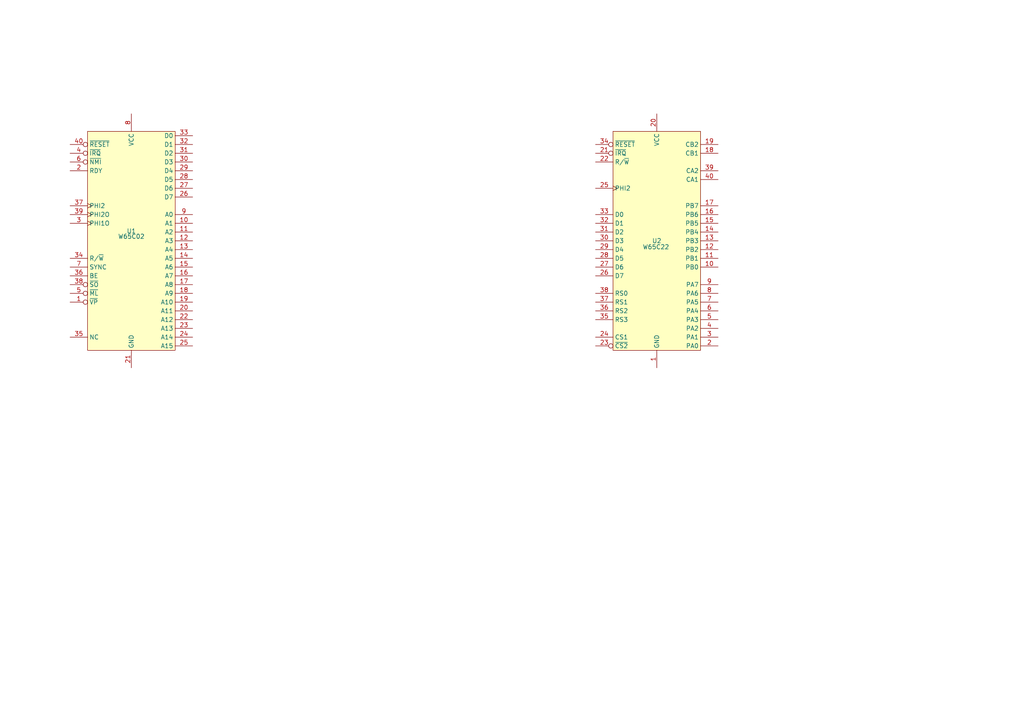
<source format=kicad_sch>
(kicad_sch (version 20250114) (generator "eeschema") (generator_version "9.0")
  (paper "A4")
  (title_block (title "6502-computer Project") (date "2025-10-02"))
  (lib_symbols
    (symbol "6502-computer:W65C02"
      (property "Reference" "U" (at 0 -2.794 0))
      (property "Value" "W65C02" (at 0 -5.08 0))
      (symbol "W65C02_0_1"
        (rectangle (start -12.7 25.4) (end 12.7 -38.1) (fill (type color) (color 255 255 198 1)))
      )
      (symbol "W65C02_1_1"
        (pin input inverted (at -17.78 21.59 0) (length 5.08) (name "~{RESET}") (number "40"))
        (pin input inverted (at -17.78 19.05 0) (length 5.08) (name "~{IRQ}") (number "4"))
        (pin input inverted (at -17.78 16.51 0) (length 5.08) (name "~{NMI}") (number "6"))
        (pin input line (at -17.78 13.97 0) (length 5.08) (name "RDY") (number "2"))
        (pin input clock (at -17.78 3.81 0) (length 5.08) (name "PHI2") (number "37"))
        (pin output clock (at -17.78 1.27 0) (length 5.08) (name "PHI2O") (number "39"))
        (pin output clock (at -17.78 -1.27 0) (length 5.08) (name "PHI1O") (number "3"))
        (pin output line (at -17.78 -11.43 0) (length 5.08) (name "R/~{W}") (number "34"))
        (pin output line (at -17.78 -13.97 0) (length 5.08) (name "SYNC") (number "7"))
        (pin input line (at -17.78 -16.51 0) (length 5.08) (name "BE") (number "36"))
        (pin input inverted (at -17.78 -19.05 0) (length 5.08) (name "~{SO}") (number "38"))
        (pin output inverted (at -17.78 -21.59 0) (length 5.08) (name "~{ML}") (number "5"))
        (pin output inverted (at -17.78 -24.13 0) (length 5.08) (name "~{VP}") (number "1"))
        (pin passive line (at -17.78 -34.29 0) (length 5.08) (name "NC") (number "35"))
        (pin power_in line (at 0 30.48 270) (length 5.08) (name "VCC") (number "8"))
        (pin power_in line (at 0 -43.18 90) (length 5.08) (name "GND") (number "21"))
        (pin bidirectional line (at 17.78 24.13 180) (length 5.08) (name "D0") (number "33"))
        (pin bidirectional line (at 17.78 21.59 180) (length 5.08) (name "D1") (number "32"))
        (pin bidirectional line (at 17.78 19.05 180) (length 5.08) (name "D2") (number "31"))
        (pin bidirectional line (at 17.78 16.51 180) (length 5.08) (name "D3") (number "30"))
        (pin bidirectional line (at 17.78 13.97 180) (length 5.08) (name "D4") (number "29"))
        (pin bidirectional line (at 17.78 11.43 180) (length 5.08) (name "D5") (number "28"))
        (pin bidirectional line (at 17.78 8.89 180) (length 5.08) (name "D6") (number "27"))
        (pin bidirectional line (at 17.78 6.35 180) (length 5.08) (name "D7") (number "26"))
        (pin output line (at 17.78 1.27 180) (length 5.08) (name "A0") (number "9"))
        (pin output line (at 17.78 -1.27 180) (length 5.08) (name "A1") (number "10"))
        (pin output line (at 17.78 -3.81 180) (length 5.08) (name "A2") (number "11"))
        (pin output line (at 17.78 -6.35 180) (length 5.08) (name "A3") (number "12"))
        (pin output line (at 17.78 -8.89 180) (length 5.08) (name "A4") (number "13"))
        (pin output line (at 17.78 -11.43 180) (length 5.08) (name "A5") (number "14"))
        (pin output line (at 17.78 -13.97 180) (length 5.08) (name "A6") (number "15"))
        (pin output line (at 17.78 -16.51 180) (length 5.08) (name "A7") (number "16"))
        (pin output line (at 17.78 -19.05 180) (length 5.08) (name "A8") (number "17"))
        (pin output line (at 17.78 -21.59 180) (length 5.08) (name "A9") (number "18"))
        (pin output line (at 17.78 -24.13 180) (length 5.08) (name "A10") (number "19"))
        (pin output line (at 17.78 -26.67 180) (length 5.08) (name "A11") (number "20"))
        (pin output line (at 17.78 -29.21 180) (length 5.08) (name "A12") (number "22"))
        (pin output line (at 17.78 -31.75 180) (length 5.08) (name "A13") (number "23"))
        (pin output line (at 17.78 -34.29 180) (length 5.08) (name "A14") (number "24"))
        (pin output line (at 17.78 -36.83 180) (length 5.08) (name "A15") (number "25"))
      )
    )
    (symbol "6502-computer:W65C22"
      (property "Reference" "U" (at 0 -19.05 0))
      (property "Value" "W65C22" (at -0.254 -20.828 0))
      (symbol "W65C22_0_1"
        (rectangle (start -12.7 12.7) (end 12.7 -50.8) (fill (type color) (color 255 255 194 1)))
      )
      (symbol "W65C22_1_1"
        (pin input inverted (at -17.78 8.89 0) (length 5.08) (name "~{RESET}") (number "34"))
        (pin output inverted (at -17.78 6.35 0) (length 5.08) (name "~{IRQ}") (number "21"))
        (pin input line (at -17.78 3.81 0) (length 5.08) (name "R/~{W}") (number "22"))
        (pin input clock (at -17.78 -3.81 0) (length 5.08) (name "PHI2") (number "25"))
        (pin bidirectional line (at -17.78 -11.43 0) (length 5.08) (name "D0") (number "33"))
        (pin bidirectional line (at -17.78 -13.97 0) (length 5.08) (name "D1") (number "32"))
        (pin bidirectional line (at -17.78 -16.51 0) (length 5.08) (name "D2") (number "31"))
        (pin bidirectional line (at -17.78 -19.05 0) (length 5.08) (name "D3") (number "30"))
        (pin bidirectional line (at -17.78 -21.59 0) (length 5.08) (name "D4") (number "29"))
        (pin bidirectional line (at -17.78 -24.13 0) (length 5.08) (name "D5") (number "28"))
        (pin bidirectional line (at -17.78 -26.67 0) (length 5.08) (name "D6") (number "27"))
        (pin bidirectional line (at -17.78 -29.21 0) (length 5.08) (name "D7") (number "26"))
        (pin input line (at -17.78 -34.29 0) (length 5.08) (name "RS0") (number "38"))
        (pin input line (at -17.78 -36.83 0) (length 5.08) (name "RS1") (number "37"))
        (pin input line (at -17.78 -39.37 0) (length 5.08) (name "RS2") (number "36"))
        (pin input line (at -17.78 -41.91 0) (length 5.08) (name "RS3") (number "35"))
        (pin input line (at -17.78 -46.99 0) (length 5.08) (name "CS1") (number "24"))
        (pin input inverted (at -17.78 -49.53 0) (length 5.08) (name "~{CS2}") (number "23"))
        (pin power_in line (at 0 17.78 270) (length 5.08) (name "VCC") (number "20"))
        (pin power_in line (at 0 -55.88 90) (length 5.08) (name "GND") (number "1"))
        (pin bidirectional line (at 17.78 8.89 180) (length 5.08) (name "CB2") (number "19"))
        (pin bidirectional line (at 17.78 6.35 180) (length 5.08) (name "CB1") (number "18"))
        (pin bidirectional line (at 17.78 1.27 180) (length 5.08) (name "CA2") (number "39"))
        (pin bidirectional line (at 17.78 -1.27 180) (length 5.08) (name "CA1") (number "40"))
        (pin bidirectional line (at 17.78 -8.89 180) (length 5.08) (name "PB7") (number "17"))
        (pin bidirectional line (at 17.78 -11.43 180) (length 5.08) (name "PB6") (number "16"))
        (pin bidirectional line (at 17.78 -13.97 180) (length 5.08) (name "PB5") (number "15"))
        (pin bidirectional line (at 17.78 -16.51 180) (length 5.08) (name "PB4") (number "14"))
        (pin bidirectional line (at 17.78 -19.05 180) (length 5.08) (name "PB3") (number "13"))
        (pin bidirectional line (at 17.78 -21.59 180) (length 5.08) (name "PB2") (number "12"))
        (pin bidirectional line (at 17.78 -24.13 180) (length 5.08) (name "PB1") (number "11"))
        (pin bidirectional line (at 17.78 -26.67 180) (length 5.08) (name "PB0") (number "10"))
        (pin bidirectional line (at 17.78 -31.75 180) (length 5.08) (name "PA7") (number "9"))
        (pin bidirectional line (at 17.78 -34.29 180) (length 5.08) (name "PA6") (number "8"))
        (pin bidirectional line (at 17.78 -36.83 180) (length 5.08) (name "PA5") (number "7"))
        (pin bidirectional line (at 17.78 -39.37 180) (length 5.08) (name "PA4") (number "6"))
        (pin bidirectional line (at 17.78 -41.91 180) (length 5.08) (name "PA3") (number "5"))
        (pin bidirectional line (at 17.78 -44.45 180) (length 5.08) (name "PA2") (number "4"))
        (pin bidirectional line (at 17.78 -46.99 180) (length 5.08) (name "PA1") (number "3"))
        (pin bidirectional line (at 17.78 -49.53 180) (length 5.08) (name "PA0") (number "2"))
      )
    )
  )
  (symbol (lib_id "6502-computer:W65C02") (at 38.1 63.5 0) (unit 1)
    (property "Reference" "U1" (at 38.1 66.294 0) (effects (justify top)))
    (property "Value" "W65C02" (at 38.1 68.58 0) (effects (font (thickness 0.1588))))
    (property "Footprint" "Package_DIP:DIP-40_W15.24mm" (effects (hide yes)))
    (property "Datasheet" "kicad-embed://w65c02s.pdf" (effects (hide yes)))
    (property "Description" "WDC W65C02S 8-bit CMOS Microprocessor, DIP-40, 14 MHz" (effects (hide yes)))
  )
  (symbol (lib_id "6502-computer:W65C22") (at 190.5 50.8 0) (unit 1)
    (property "Reference" "U2" (at 190.5 69.85 0))
    (property "Value" "W65C22" (at 190.246 71.628 0))
    (property "Footprint" "Package_DIP:DIP-40_W15.24mm" (effects (hide yes)))
    (property "Datasheet" "kicad-embed://w65c22.pdf" (effects (hide yes)))
    (property "Description" "WDC W65C22 Versatile Interface Adapter, 8-bit I/O, DIP-40, 14 MHz" (effects (hide yes)))
  )
)
</source>
